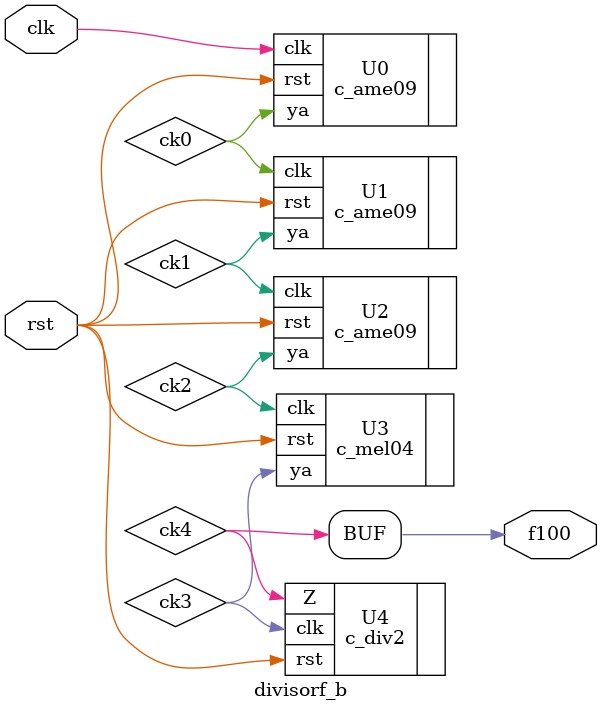
<source format=v>

module divisorf_b(
input clk, //master
input rst,
output f100
);

wire ck0,ck1,ck2,ck3,ck4;


c_ame09 U0(
.clk(clk),  //entrada cuenta en flanco negativo
.rst(rst),  // entrada (0=rst)
.ya(ck0)   //salida 1 cuando salida es 9
);

c_ame09 U1(
.clk(ck0),  //entrada cuenta en flanco negativo
.rst(rst),  // entrada (0=rst)
.ya(ck1)   //salida 1 cuando salida es 9
);

c_ame09 U2(
.clk(ck1),  //entrada cuenta en flanco negativo
.rst(rst),  // entrada (0=rst)
.ya(ck2)   //salida 1 cuando salida es 9
);


c_mel04 U3(
.clk(ck2),  //entrada cuenta en flanco negativo
.rst(rst),  // entrada (0=rst)
.ya(ck3)   //salida 1 cuando salida es 9
);

c_div2 U4(
.clk(ck3),
.rst(rst),
.Z(ck4)
);




assign f100=ck4;

endmodule




</source>
